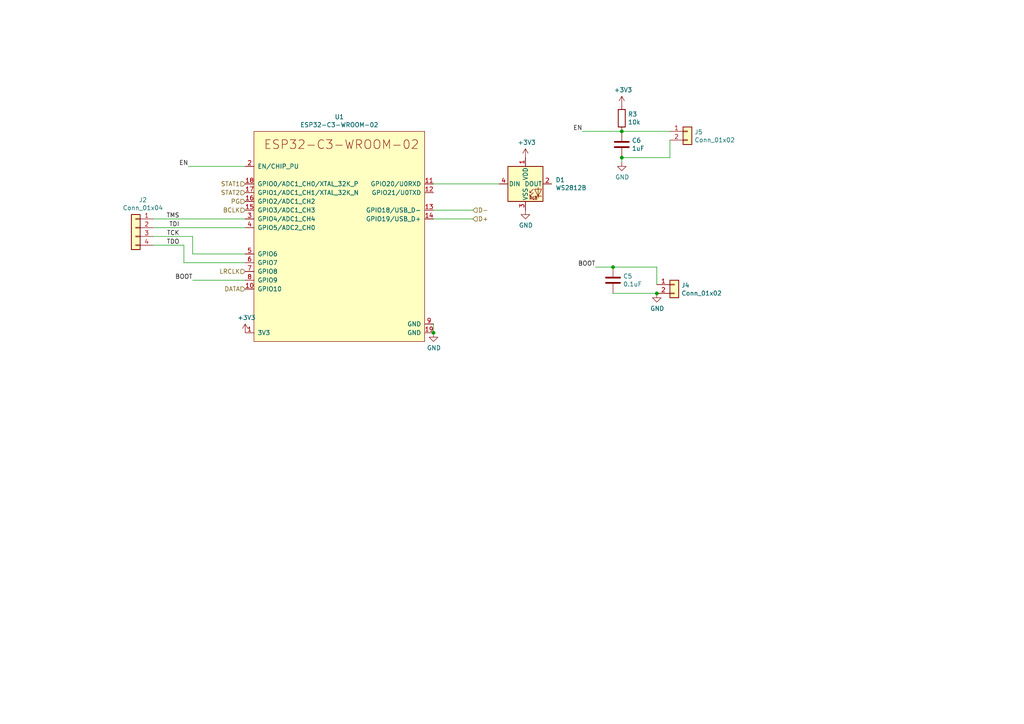
<source format=kicad_sch>
(kicad_sch (version 20211123) (generator eeschema)
  (paper "A4")
  (lib_symbols
    (symbol "Connector_Generic:Conn_01x02" (pin_names (offset 1.016) hide)
      (property "Reference" "J" (at 0 2.54 0))
      (property "Value" "Conn_01x02" (at 0 -5.08 0))
      (symbol "Conn_01x02_1_1"
        (rectangle (start -1.27 -2.413) (end 0 -2.667) (stroke (width 0.1524)))
        (rectangle (start -1.27 0.127) (end 0 -0.127) (stroke (width 0.1524)))
        (rectangle (start -1.27 1.27) (end 1.27 -3.81) (stroke (width 0.254)) (fill (type background)))
        (pin passive line (at -5.08 0 0) (length 3.81) (name "Pin_1") (number "1"))
        (pin passive line (at -5.08 -2.54 0) (length 3.81) (name "Pin_2") (number "2"))
      )
    )
    (symbol "Connector_Generic:Conn_01x04" (pin_names (offset 1.016) hide)
      (property "Reference" "J" (at 0 5.08 0))
      (property "Value" "Conn_01x04" (at 0 -7.62 0))
      (symbol "Conn_01x04_1_1"
        (rectangle (start -1.27 -4.953) (end 0 -5.207) (stroke (width 0.1524)))
        (rectangle (start -1.27 -2.413) (end 0 -2.667) (stroke (width 0.1524)))
        (rectangle (start -1.27 0.127) (end 0 -0.127) (stroke (width 0.1524)))
        (rectangle (start -1.27 2.667) (end 0 2.413) (stroke (width 0.1524)))
        (rectangle (start -1.27 3.81) (end 1.27 -6.35) (stroke (width 0.254)) (fill (type background)))
        (pin passive line (at -5.08 2.54 0) (length 3.81) (name "Pin_1") (number "1"))
        (pin passive line (at -5.08 0 0) (length 3.81) (name "Pin_2") (number "2"))
        (pin passive line (at -5.08 -2.54 0) (length 3.81) (name "Pin_3") (number "3"))
        (pin passive line (at -5.08 -5.08 0) (length 3.81) (name "Pin_4") (number "4"))
      )
    )
    (symbol "Device:C" (pin_numbers hide) (pin_names (offset 0.254))
      (property "Reference" "C" (at 0.635 2.54 0))
      (property "Value" "C" (at 0.635 -2.54 0))
      (symbol "C_0_1"
        (polyline (pts (xy -2.032 -0.762) (xy 2.032 -0.762)) (stroke (width 0.508)))
        (polyline (pts (xy -2.032 0.762) (xy 2.032 0.762)) (stroke (width 0.508)))
      )
      (symbol "C_1_1"
        (pin passive line (at 0 3.81 270) (length 2.794) (name "~") (number "1"))
        (pin passive line (at 0 -3.81 90) (length 2.794) (name "~") (number "2"))
      )
    )
    (symbol "Device:R" (pin_numbers hide) (pin_names (offset 0))
      (property "Reference" "R" (at 2.032 0 90))
      (property "Value" "R" (at 0 0 90))
      (symbol "R_0_1"
        (rectangle (start -1.016 -2.54) (end 1.016 2.54) (stroke (width 0.254)))
      )
      (symbol "R_1_1"
        (pin passive line (at 0 3.81 270) (length 1.27) (name "~") (number "1"))
        (pin passive line (at 0 -3.81 90) (length 1.27) (name "~") (number "2"))
      )
    )
    (symbol "Espressif:ESP32-C3-WROOM-02" (pin_names (offset 1.016))
      (property "Reference" "U" (at 0 33.02 0))
      (property "Value" "Espressif_ESP32-C3-WROOM-02" (at 0 -30.48 0))
      (symbol "ESP32-C3-WROOM-02_0_0"
        (text "ESP32-C3-WROOM-02" (at 1.27 27.94 0) (effects (font (size 2.54 2.54))))
      )
      (symbol "ESP32-C3-WROOM-02_0_1"
        (rectangle (start -24.13 31.75) (end 25.4 -29.21) (fill (type background)))
      )
      (symbol "ESP32-C3-WROOM-02_1_1"
        (pin power_in line (at -26.67 -26.67 0) (length 2.54) (name "3V3") (number "1"))
        (pin bidirectional line (at -26.67 -13.97 0) (length 2.54) (name "GPIO10") (number "10"))
        (pin bidirectional line (at 27.94 16.51 180) (length 2.54) (name "GPIO20/U0RXD") (number "11"))
        (pin bidirectional line (at 27.94 13.97 180) (length 2.54) (name "GPIO21/U0TXD") (number "12"))
        (pin bidirectional line (at 27.94 8.89 180) (length 2.54) (name "GPIO18/USB_D-") (number "13"))
        (pin bidirectional line (at 27.94 6.35 180) (length 2.54) (name "GPIO19/USB_D+") (number "14"))
        (pin bidirectional line (at -26.67 8.89 0) (length 2.54) (name "GPIO3/ADC1_CH3") (number "15"))
        (pin bidirectional line (at -26.67 11.43 0) (length 2.54) (name "GPIO2/ADC1_CH2") (number "16"))
        (pin bidirectional line (at -26.67 13.97 0) (length 2.54) (name "GPIO1/ADC1_CH1/XTAL_32K_N") (number "17"))
        (pin bidirectional line (at -26.67 16.51 0) (length 2.54) (name "GPIO0/ADC1_CH0/XTAL_32K_P") (number "18"))
        (pin power_in line (at 27.94 -26.67 180) (length 2.54) (name "GND") (number "19"))
        (pin input line (at -26.67 21.59 0) (length 2.54) (name "EN/CHIP_PU") (number "2"))
        (pin bidirectional line (at -26.67 6.35 0) (length 2.54) (name "GPIO4/ADC1_CH4") (number "3"))
        (pin bidirectional line (at -26.67 3.81 0) (length 2.54) (name "GPIO5/ADC2_CH0") (number "4"))
        (pin bidirectional line (at -26.67 -3.81 0) (length 2.54) (name "GPIO6") (number "5"))
        (pin bidirectional line (at -26.67 -6.35 0) (length 2.54) (name "GPIO7") (number "6"))
        (pin bidirectional line (at -26.67 -8.89 0) (length 2.54) (name "GPIO8") (number "7"))
        (pin bidirectional line (at -26.67 -11.43 0) (length 2.54) (name "GPIO9") (number "8"))
        (pin power_in line (at 27.94 -24.13 180) (length 2.54) (name "GND") (number "9"))
      )
    )
    (symbol "LED:WS2812B" (pin_names (offset 0.254))
      (property "Reference" "D" (at 5.08 5.715 0))
      (property "Value" "WS2812B" (at 1.27 -5.715 0))
      (symbol "WS2812B_0_0"
        (text "RGB" (at 2.286 -4.191 0) (effects (font (size 0.762 0.762))))
      )
      (symbol "WS2812B_0_1"
        (polyline (pts (xy 1.27 -3.556) (xy 1.778 -3.556)))
        (polyline (pts (xy 1.27 -2.54) (xy 1.778 -2.54)))
        (polyline (pts (xy 4.699 -3.556) (xy 2.667 -3.556)))
        (polyline (pts (xy 2.286 -2.54) (xy 1.27 -3.556) (xy 1.27 -3.048)))
        (polyline (pts (xy 2.286 -1.524) (xy 1.27 -2.54) (xy 1.27 -2.032)))
        (polyline (pts (xy 3.683 -1.016) (xy 3.683 -3.556) (xy 3.683 -4.064)))
        (polyline (pts (xy 4.699 -1.524) (xy 2.667 -1.524) (xy 3.683 -3.556) (xy 4.699 -1.524)))
        (rectangle (start 5.08 5.08) (end -5.08 -5.08) (stroke (width 0.254)) (fill (type background)))
      )
      (symbol "WS2812B_1_1"
        (pin power_in line (at 0 7.62 270) (length 2.54) (name "VDD") (number "1"))
        (pin output line (at 7.62 0 180) (length 2.54) (name "DOUT") (number "2"))
        (pin power_in line (at 0 -7.62 90) (length 2.54) (name "VSS") (number "3"))
        (pin input line (at -7.62 0 0) (length 2.54) (name "DIN") (number "4"))
      )
    )
    (symbol "power:+3.3V" (power) (pin_names (offset 0))
      (property "Value" "+3.3V" (at 0 3.556 0))
      (symbol "+3.3V_0_1"
        (polyline (pts (xy -0.762 1.27) (xy 0 2.54)))
        (polyline (pts (xy 0 0) (xy 0 2.54)))
        (polyline (pts (xy 0 2.54) (xy 0.762 1.27)))
      )
      (symbol "+3.3V_1_1"
        (pin power_in line (at 0 0 90) (length 0) hide (name "+3V3") (number "1"))
      )
    )
    (symbol "power:GND" (power) (pin_names (offset 0))
      (property "Value" "GND" (at 0 -3.81 0))
      (symbol "GND_0_1"
        (polyline (pts (xy 0 0) (xy 0 -1.27) (xy 1.27 -1.27) (xy 0 -2.54) (xy -1.27 -1.27) (xy 0 -1.27)))
      )
      (symbol "GND_1_1"
        (pin power_in line (at 0 0 270) (length 0) hide (name "GND") (number "1"))
      )
    )
  )
  (junction (at 125.73 96.52))
  (junction (at 180.34 45.72))
  (junction (at 190.5 85.09))
  (junction (at 180.34 38.1))
  (junction (at 177.8 77.47))
  (wire (pts (xy 125.73 53.34) (xy 144.78 53.34)))
  (wire (pts (xy 44.45 71.12) (xy 53.34 71.12)))
  (wire (pts (xy 172.72 77.47) (xy 177.8 77.47)))
  (wire (pts (xy 177.8 85.09) (xy 190.5 85.09)))
  (wire (pts (xy 168.91 38.1) (xy 180.34 38.1)))
  (wire (pts (xy 71.12 81.28) (xy 55.88 81.28)))
  (wire (pts (xy 44.45 68.58) (xy 55.88 68.58)))
  (wire (pts (xy 44.45 63.5) (xy 71.12 63.5)))
  (wire (pts (xy 53.34 76.2) (xy 53.34 71.12)))
  (wire (pts (xy 125.73 96.52) (xy 125.73 93.98)))
  (wire (pts (xy 55.88 73.66) (xy 55.88 68.58)))
  (wire (pts (xy 71.12 76.2) (xy 53.34 76.2)))
  (wire (pts (xy 194.31 38.1) (xy 180.34 38.1)))
  (wire (pts (xy 190.5 82.55) (xy 190.5 77.47)))
  (wire (pts (xy 194.31 40.64) (xy 194.31 45.72)))
  (wire (pts (xy 180.34 46.99) (xy 180.34 45.72)))
  (wire (pts (xy 125.73 60.96) (xy 137.16 60.96)))
  (wire (pts (xy 125.73 63.5) (xy 137.16 63.5)))
  (wire (pts (xy 71.12 73.66) (xy 55.88 73.66)))
  (wire (pts (xy 71.12 48.26) (xy 54.61 48.26)))
  (wire (pts (xy 177.8 77.47) (xy 190.5 77.47)))
  (wire (pts (xy 180.34 45.72) (xy 194.31 45.72)))
  (wire (pts (xy 44.45 66.04) (xy 71.12 66.04)))
  (label "EN" (at 168.91 38.1 180))
  (label "TMS" (at 52.07 63.5 180))
  (label "BOOT" (at 172.72 77.47 180))
  (label "TDI" (at 52.07 66.04 180))
  (label "EN" (at 54.61 48.26 180))
  (label "TDO" (at 52.07 71.12 180))
  (label "TCK" (at 52.07 68.58 180))
  (label "BOOT" (at 55.88 81.28 180))
  (hierarchical_label "PG" (shape input) (at 71.12 58.42 180))
  (hierarchical_label "BCLK" (shape input) (at 71.12 60.96 180))
  (hierarchical_label "STAT1" (shape input) (at 71.12 53.34 180))
  (hierarchical_label "D-" (shape input) (at 137.16 60.96 0))
  (hierarchical_label "D+" (shape input) (at 137.16 63.5 0))
  (hierarchical_label "LRCLK" (shape input) (at 71.12 78.74 180))
  (hierarchical_label "STAT2" (shape input) (at 71.12 55.88 180))
  (hierarchical_label "DATA" (shape input) (at 71.12 83.82 180))
  (symbol (lib_id "Espressif:ESP32-C3-WROOM-02") (at 97.79 69.85 0) (unit 1)
    (property "Reference" "U1" (at 98.425 33.909 0))
    (property "Value" "ESP32-C3-WROOM-02" (at 98.425 36.2204 0))
    (property "Footprint" "Espressif:ESP32-C3-WROOM-02" (effects hide))
    (property "Datasheet" "https://www.espressif.com/sites/default/files/documentation/esp32-c3-wroom-02_datasheet_en.pdf" (effects hide))
  )
  (symbol (lib_id "power:GND") (at 125.73 96.52 0) (unit 1)
    (property "Reference" "#PWR0114" (effects hide))
    (property "Value" "GND" (at 125.857 100.9142 0))
  )
  (symbol (lib_id "power:+3.3V") (at 71.12 96.52 0) (unit 1)
    (property "Reference" "#PWR0115" (effects hide))
    (property "Value" "+3.3V" (at 71.501 92.1258 0))
  )
  (symbol (lib_id "Connector_Generic:Conn_01x04") (at 39.37 66.04 0) (mirror y) (unit 1)
    (property "Reference" "J2" (at 41.4528 57.9882 0))
    (property "Value" "Conn_01x04" (at 41.4528 60.2996 0))
    (property "Footprint" "Connector_PinHeader_2.54mm:PinHeader_1x04_P2.54mm_Vertical" (effects hide))
  )
  (symbol (lib_id "Device:R") (at 180.34 34.29 0) (unit 1)
    (property "Reference" "R3" (at 182.118 33.1216 0) (effects (justify left)))
    (property "Value" "10k" (at 182.118 35.433 0) (effects (justify left)))
    (property "Footprint" "Resistor_SMD:R_0603_1608Metric" (effects hide))
  )
  (symbol (lib_id "Device:C") (at 180.34 41.91 0) (unit 1)
    (property "Reference" "C6" (at 183.261 40.7416 0) (effects (justify left)))
    (property "Value" "1uF" (at 183.261 43.053 0) (effects (justify left)))
    (property "Footprint" "Capacitor_SMD:C_1206_3216Metric" (effects hide))
  )
  (symbol (lib_id "power:GND") (at 180.34 46.99 0) (unit 1)
    (property "Reference" "#PWR0116" (effects hide))
    (property "Value" "GND" (at 180.467 51.3842 0))
  )
  (symbol (lib_id "power:+3.3V") (at 180.34 30.48 0) (unit 1)
    (property "Reference" "#PWR0117" (effects hide))
    (property "Value" "+3.3V" (at 180.721 26.0858 0))
  )
  (symbol (lib_id "power:GND") (at 190.5 85.09 0) (unit 1)
    (property "Reference" "#PWR0118" (effects hide))
    (property "Value" "GND" (at 190.627 89.4842 0))
  )
  (symbol (lib_id "Device:C") (at 177.8 81.28 0) (unit 1)
    (property "Reference" "C5" (at 180.721 80.1116 0) (effects (justify left)))
    (property "Value" "0.1uF" (at 180.721 82.423 0) (effects (justify left)))
    (property "Footprint" "Capacitor_SMD:C_1206_3216Metric" (effects hide))
  )
  (symbol (lib_id "LED:WS2812B") (at 152.4 53.34 0) (unit 1)
    (property "Reference" "D1" (at 161.1376 52.1716 0) (effects (justify left)))
    (property "Value" "WS2812B" (at 161.1376 54.483 0) (effects (justify left)))
    (property "Footprint" "LED_SMD:LED_WS2812B_PLCC4_5.0x5.0mm_P3.2mm" (effects hide))
    (property "Datasheet" "https://cdn-shop.adafruit.com/datasheets/WS2812B.pdf" (effects hide))
  )
  (symbol (lib_id "Connector_Generic:Conn_01x02") (at 199.39 38.1 0) (unit 1)
    (property "Reference" "J5" (at 201.422 38.3032 0) (effects (justify left)))
    (property "Value" "Conn_01x02" (at 201.422 40.6146 0) (effects (justify left)))
    (property "Footprint" "Connector_PinHeader_2.54mm:PinHeader_1x02_P2.54mm_Vertical" (effects hide))
  )
  (symbol (lib_id "Connector_Generic:Conn_01x02") (at 195.58 82.55 0) (unit 1)
    (property "Reference" "J4" (at 197.612 82.7532 0) (effects (justify left)))
    (property "Value" "Conn_01x02" (at 197.612 85.0646 0) (effects (justify left)))
    (property "Footprint" "Connector_PinHeader_2.54mm:PinHeader_1x02_P2.54mm_Vertical" (effects hide))
  )
  (symbol (lib_id "power:GND") (at 152.4 60.96 0) (unit 1)
    (property "Reference" "#PWR0121" (effects hide))
    (property "Value" "GND" (at 152.527 65.3542 0))
  )
  (symbol (lib_id "power:+3.3V") (at 152.4 45.72 0) (unit 1)
    (property "Reference" "#PWR0122" (effects hide))
    (property "Value" "+3.3V" (at 152.781 41.3258 0))
  )
)
</source>
